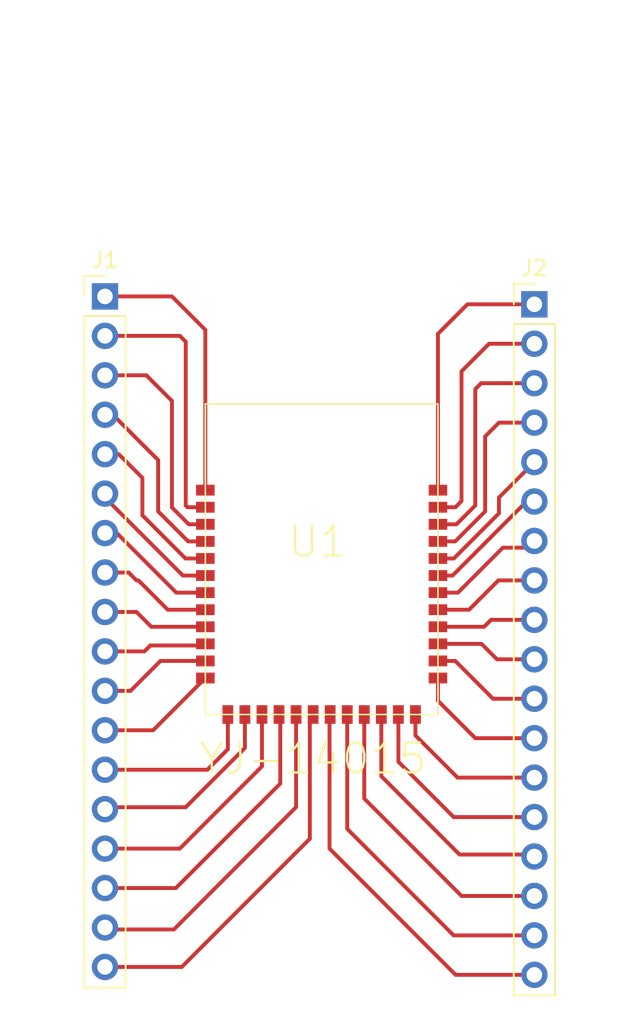
<source format=kicad_pcb>
(kicad_pcb (version 4) (host pcbnew 4.0.7-e2-6376~60~ubuntu17.10.1)

  (general
    (links 36)
    (no_connects 0)
    (area 97.805142 41.163899 139.176858 107.545)
    (thickness 1.6)
    (drawings 0)
    (tracks 133)
    (zones 0)
    (modules 3)
    (nets 37)
  )

  (page A4)
  (layers
    (0 F.Cu signal)
    (31 B.Cu signal)
    (32 B.Adhes user)
    (33 F.Adhes user)
    (34 B.Paste user)
    (35 F.Paste user)
    (36 B.SilkS user)
    (37 F.SilkS user)
    (38 B.Mask user)
    (39 F.Mask user)
    (40 Dwgs.User user)
    (41 Cmts.User user)
    (42 Eco1.User user)
    (43 Eco2.User user)
    (44 Edge.Cuts user)
    (45 Margin user)
    (46 B.CrtYd user)
    (47 F.CrtYd user)
    (48 B.Fab user)
    (49 F.Fab user)
  )

  (setup
    (last_trace_width 0.25)
    (trace_clearance 0.2)
    (zone_clearance 0.508)
    (zone_45_only no)
    (trace_min 0.2)
    (segment_width 0.2)
    (edge_width 0.15)
    (via_size 0.6)
    (via_drill 0.4)
    (via_min_size 0.4)
    (via_min_drill 0.3)
    (uvia_size 0.3)
    (uvia_drill 0.1)
    (uvias_allowed no)
    (uvia_min_size 0.2)
    (uvia_min_drill 0.1)
    (pcb_text_width 0.3)
    (pcb_text_size 1.5 1.5)
    (mod_edge_width 0.15)
    (mod_text_size 1 1)
    (mod_text_width 0.15)
    (pad_size 1.524 1.524)
    (pad_drill 0.762)
    (pad_to_mask_clearance 0.2)
    (aux_axis_origin 0 0)
    (visible_elements FFFFFF7F)
    (pcbplotparams
      (layerselection 0x00030_80000001)
      (usegerberextensions false)
      (excludeedgelayer true)
      (linewidth 0.100000)
      (plotframeref false)
      (viasonmask false)
      (mode 1)
      (useauxorigin false)
      (hpglpennumber 1)
      (hpglpenspeed 20)
      (hpglpendiameter 15)
      (hpglpenoverlay 2)
      (psnegative false)
      (psa4output false)
      (plotreference true)
      (plotvalue true)
      (plotinvisibletext false)
      (padsonsilk false)
      (subtractmaskfromsilk false)
      (outputformat 1)
      (mirror false)
      (drillshape 1)
      (scaleselection 1)
      (outputdirectory /home/andy/Kicad/nrf51_breakout/))
  )

  (net 0 "")
  (net 1 "Net-(J1-Pad1)")
  (net 2 "Net-(J1-Pad2)")
  (net 3 "Net-(J1-Pad3)")
  (net 4 "Net-(J1-Pad4)")
  (net 5 "Net-(J1-Pad5)")
  (net 6 "Net-(J1-Pad6)")
  (net 7 "Net-(J1-Pad7)")
  (net 8 "Net-(J1-Pad8)")
  (net 9 "Net-(J1-Pad9)")
  (net 10 "Net-(J1-Pad10)")
  (net 11 "Net-(J1-Pad11)")
  (net 12 "Net-(J1-Pad12)")
  (net 13 "Net-(J1-Pad13)")
  (net 14 "Net-(J1-Pad14)")
  (net 15 "Net-(J1-Pad15)")
  (net 16 "Net-(J1-Pad16)")
  (net 17 "Net-(J1-Pad17)")
  (net 18 "Net-(J1-Pad18)")
  (net 19 "Net-(J2-Pad1)")
  (net 20 "Net-(J2-Pad2)")
  (net 21 "Net-(J2-Pad3)")
  (net 22 "Net-(J2-Pad4)")
  (net 23 "Net-(J2-Pad5)")
  (net 24 "Net-(J2-Pad6)")
  (net 25 "Net-(J2-Pad7)")
  (net 26 "Net-(J2-Pad8)")
  (net 27 "Net-(J2-Pad9)")
  (net 28 "Net-(J2-Pad10)")
  (net 29 "Net-(J2-Pad11)")
  (net 30 "Net-(J2-Pad12)")
  (net 31 "Net-(J2-Pad13)")
  (net 32 "Net-(J2-Pad14)")
  (net 33 "Net-(J2-Pad15)")
  (net 34 "Net-(J2-Pad16)")
  (net 35 "Net-(J2-Pad17)")
  (net 36 "Net-(J2-Pad18)")

  (net_class Default "This is the default net class."
    (clearance 0.2)
    (trace_width 0.25)
    (via_dia 0.6)
    (via_drill 0.4)
    (uvia_dia 0.3)
    (uvia_drill 0.1)
    (add_net "Net-(J1-Pad1)")
    (add_net "Net-(J1-Pad10)")
    (add_net "Net-(J1-Pad11)")
    (add_net "Net-(J1-Pad12)")
    (add_net "Net-(J1-Pad13)")
    (add_net "Net-(J1-Pad14)")
    (add_net "Net-(J1-Pad15)")
    (add_net "Net-(J1-Pad16)")
    (add_net "Net-(J1-Pad17)")
    (add_net "Net-(J1-Pad18)")
    (add_net "Net-(J1-Pad2)")
    (add_net "Net-(J1-Pad3)")
    (add_net "Net-(J1-Pad4)")
    (add_net "Net-(J1-Pad5)")
    (add_net "Net-(J1-Pad6)")
    (add_net "Net-(J1-Pad7)")
    (add_net "Net-(J1-Pad8)")
    (add_net "Net-(J1-Pad9)")
    (add_net "Net-(J2-Pad1)")
    (add_net "Net-(J2-Pad10)")
    (add_net "Net-(J2-Pad11)")
    (add_net "Net-(J2-Pad12)")
    (add_net "Net-(J2-Pad13)")
    (add_net "Net-(J2-Pad14)")
    (add_net "Net-(J2-Pad15)")
    (add_net "Net-(J2-Pad16)")
    (add_net "Net-(J2-Pad17)")
    (add_net "Net-(J2-Pad18)")
    (add_net "Net-(J2-Pad2)")
    (add_net "Net-(J2-Pad3)")
    (add_net "Net-(J2-Pad4)")
    (add_net "Net-(J2-Pad5)")
    (add_net "Net-(J2-Pad6)")
    (add_net "Net-(J2-Pad7)")
    (add_net "Net-(J2-Pad8)")
    (add_net "Net-(J2-Pad9)")
  )

  (module Pin_Headers:Pin_Header_Straight_1x18_Pitch2.54mm (layer F.Cu) (tedit 59650532) (tstamp 5A9BCC69)
    (at 104.648 60.452)
    (descr "Through hole straight pin header, 1x18, 2.54mm pitch, single row")
    (tags "Through hole pin header THT 1x18 2.54mm single row")
    (path /5A9BC466)
    (fp_text reference J1 (at 0 -2.33) (layer F.SilkS)
      (effects (font (size 1 1) (thickness 0.15)))
    )
    (fp_text value Conn_01x18_Male (at 0 45.51) (layer F.Fab)
      (effects (font (size 1 1) (thickness 0.15)))
    )
    (fp_line (start -0.635 -1.27) (end 1.27 -1.27) (layer F.Fab) (width 0.1))
    (fp_line (start 1.27 -1.27) (end 1.27 44.45) (layer F.Fab) (width 0.1))
    (fp_line (start 1.27 44.45) (end -1.27 44.45) (layer F.Fab) (width 0.1))
    (fp_line (start -1.27 44.45) (end -1.27 -0.635) (layer F.Fab) (width 0.1))
    (fp_line (start -1.27 -0.635) (end -0.635 -1.27) (layer F.Fab) (width 0.1))
    (fp_line (start -1.33 44.51) (end 1.33 44.51) (layer F.SilkS) (width 0.12))
    (fp_line (start -1.33 1.27) (end -1.33 44.51) (layer F.SilkS) (width 0.12))
    (fp_line (start 1.33 1.27) (end 1.33 44.51) (layer F.SilkS) (width 0.12))
    (fp_line (start -1.33 1.27) (end 1.33 1.27) (layer F.SilkS) (width 0.12))
    (fp_line (start -1.33 0) (end -1.33 -1.33) (layer F.SilkS) (width 0.12))
    (fp_line (start -1.33 -1.33) (end 0 -1.33) (layer F.SilkS) (width 0.12))
    (fp_line (start -1.8 -1.8) (end -1.8 44.95) (layer F.CrtYd) (width 0.05))
    (fp_line (start -1.8 44.95) (end 1.8 44.95) (layer F.CrtYd) (width 0.05))
    (fp_line (start 1.8 44.95) (end 1.8 -1.8) (layer F.CrtYd) (width 0.05))
    (fp_line (start 1.8 -1.8) (end -1.8 -1.8) (layer F.CrtYd) (width 0.05))
    (fp_text user %R (at 0 21.59 90) (layer F.Fab)
      (effects (font (size 1 1) (thickness 0.15)))
    )
    (pad 1 thru_hole rect (at 0 0) (size 1.7 1.7) (drill 1) (layers *.Cu *.Mask)
      (net 1 "Net-(J1-Pad1)"))
    (pad 2 thru_hole oval (at 0 2.54) (size 1.7 1.7) (drill 1) (layers *.Cu *.Mask)
      (net 2 "Net-(J1-Pad2)"))
    (pad 3 thru_hole oval (at 0 5.08) (size 1.7 1.7) (drill 1) (layers *.Cu *.Mask)
      (net 3 "Net-(J1-Pad3)"))
    (pad 4 thru_hole oval (at 0 7.62) (size 1.7 1.7) (drill 1) (layers *.Cu *.Mask)
      (net 4 "Net-(J1-Pad4)"))
    (pad 5 thru_hole oval (at 0 10.16) (size 1.7 1.7) (drill 1) (layers *.Cu *.Mask)
      (net 5 "Net-(J1-Pad5)"))
    (pad 6 thru_hole oval (at 0 12.7) (size 1.7 1.7) (drill 1) (layers *.Cu *.Mask)
      (net 6 "Net-(J1-Pad6)"))
    (pad 7 thru_hole oval (at 0 15.24) (size 1.7 1.7) (drill 1) (layers *.Cu *.Mask)
      (net 7 "Net-(J1-Pad7)"))
    (pad 8 thru_hole oval (at 0 17.78) (size 1.7 1.7) (drill 1) (layers *.Cu *.Mask)
      (net 8 "Net-(J1-Pad8)"))
    (pad 9 thru_hole oval (at 0 20.32) (size 1.7 1.7) (drill 1) (layers *.Cu *.Mask)
      (net 9 "Net-(J1-Pad9)"))
    (pad 10 thru_hole oval (at 0 22.86) (size 1.7 1.7) (drill 1) (layers *.Cu *.Mask)
      (net 10 "Net-(J1-Pad10)"))
    (pad 11 thru_hole oval (at 0 25.4) (size 1.7 1.7) (drill 1) (layers *.Cu *.Mask)
      (net 11 "Net-(J1-Pad11)"))
    (pad 12 thru_hole oval (at 0 27.94) (size 1.7 1.7) (drill 1) (layers *.Cu *.Mask)
      (net 12 "Net-(J1-Pad12)"))
    (pad 13 thru_hole oval (at 0 30.48) (size 1.7 1.7) (drill 1) (layers *.Cu *.Mask)
      (net 13 "Net-(J1-Pad13)"))
    (pad 14 thru_hole oval (at 0 33.02) (size 1.7 1.7) (drill 1) (layers *.Cu *.Mask)
      (net 14 "Net-(J1-Pad14)"))
    (pad 15 thru_hole oval (at 0 35.56) (size 1.7 1.7) (drill 1) (layers *.Cu *.Mask)
      (net 15 "Net-(J1-Pad15)"))
    (pad 16 thru_hole oval (at 0 38.1) (size 1.7 1.7) (drill 1) (layers *.Cu *.Mask)
      (net 16 "Net-(J1-Pad16)"))
    (pad 17 thru_hole oval (at 0 40.64) (size 1.7 1.7) (drill 1) (layers *.Cu *.Mask)
      (net 17 "Net-(J1-Pad17)"))
    (pad 18 thru_hole oval (at 0 43.18) (size 1.7 1.7) (drill 1) (layers *.Cu *.Mask)
      (net 18 "Net-(J1-Pad18)"))
    (model ${KISYS3DMOD}/Pin_Headers.3dshapes/Pin_Header_Straight_1x18_Pitch2.54mm.wrl
      (at (xyz 0 0 0))
      (scale (xyz 1 1 1))
      (rotate (xyz 0 0 0))
    )
  )

  (module Pin_Headers:Pin_Header_Straight_1x18_Pitch2.54mm (layer F.Cu) (tedit 59650532) (tstamp 5A9BCC7F)
    (at 132.334 60.96)
    (descr "Through hole straight pin header, 1x18, 2.54mm pitch, single row")
    (tags "Through hole pin header THT 1x18 2.54mm single row")
    (path /5A9BC559)
    (fp_text reference J2 (at 0 -2.33) (layer F.SilkS)
      (effects (font (size 1 1) (thickness 0.15)))
    )
    (fp_text value Conn_01x18_Male (at 0 45.51) (layer F.Fab)
      (effects (font (size 1 1) (thickness 0.15)))
    )
    (fp_line (start -0.635 -1.27) (end 1.27 -1.27) (layer F.Fab) (width 0.1))
    (fp_line (start 1.27 -1.27) (end 1.27 44.45) (layer F.Fab) (width 0.1))
    (fp_line (start 1.27 44.45) (end -1.27 44.45) (layer F.Fab) (width 0.1))
    (fp_line (start -1.27 44.45) (end -1.27 -0.635) (layer F.Fab) (width 0.1))
    (fp_line (start -1.27 -0.635) (end -0.635 -1.27) (layer F.Fab) (width 0.1))
    (fp_line (start -1.33 44.51) (end 1.33 44.51) (layer F.SilkS) (width 0.12))
    (fp_line (start -1.33 1.27) (end -1.33 44.51) (layer F.SilkS) (width 0.12))
    (fp_line (start 1.33 1.27) (end 1.33 44.51) (layer F.SilkS) (width 0.12))
    (fp_line (start -1.33 1.27) (end 1.33 1.27) (layer F.SilkS) (width 0.12))
    (fp_line (start -1.33 0) (end -1.33 -1.33) (layer F.SilkS) (width 0.12))
    (fp_line (start -1.33 -1.33) (end 0 -1.33) (layer F.SilkS) (width 0.12))
    (fp_line (start -1.8 -1.8) (end -1.8 44.95) (layer F.CrtYd) (width 0.05))
    (fp_line (start -1.8 44.95) (end 1.8 44.95) (layer F.CrtYd) (width 0.05))
    (fp_line (start 1.8 44.95) (end 1.8 -1.8) (layer F.CrtYd) (width 0.05))
    (fp_line (start 1.8 -1.8) (end -1.8 -1.8) (layer F.CrtYd) (width 0.05))
    (fp_text user %R (at 0 21.59 90) (layer F.Fab)
      (effects (font (size 1 1) (thickness 0.15)))
    )
    (pad 1 thru_hole rect (at 0 0) (size 1.7 1.7) (drill 1) (layers *.Cu *.Mask)
      (net 19 "Net-(J2-Pad1)"))
    (pad 2 thru_hole oval (at 0 2.54) (size 1.7 1.7) (drill 1) (layers *.Cu *.Mask)
      (net 20 "Net-(J2-Pad2)"))
    (pad 3 thru_hole oval (at 0 5.08) (size 1.7 1.7) (drill 1) (layers *.Cu *.Mask)
      (net 21 "Net-(J2-Pad3)"))
    (pad 4 thru_hole oval (at 0 7.62) (size 1.7 1.7) (drill 1) (layers *.Cu *.Mask)
      (net 22 "Net-(J2-Pad4)"))
    (pad 5 thru_hole oval (at 0 10.16) (size 1.7 1.7) (drill 1) (layers *.Cu *.Mask)
      (net 23 "Net-(J2-Pad5)"))
    (pad 6 thru_hole oval (at 0 12.7) (size 1.7 1.7) (drill 1) (layers *.Cu *.Mask)
      (net 24 "Net-(J2-Pad6)"))
    (pad 7 thru_hole oval (at 0 15.24) (size 1.7 1.7) (drill 1) (layers *.Cu *.Mask)
      (net 25 "Net-(J2-Pad7)"))
    (pad 8 thru_hole oval (at 0 17.78) (size 1.7 1.7) (drill 1) (layers *.Cu *.Mask)
      (net 26 "Net-(J2-Pad8)"))
    (pad 9 thru_hole oval (at 0 20.32) (size 1.7 1.7) (drill 1) (layers *.Cu *.Mask)
      (net 27 "Net-(J2-Pad9)"))
    (pad 10 thru_hole oval (at 0 22.86) (size 1.7 1.7) (drill 1) (layers *.Cu *.Mask)
      (net 28 "Net-(J2-Pad10)"))
    (pad 11 thru_hole oval (at 0 25.4) (size 1.7 1.7) (drill 1) (layers *.Cu *.Mask)
      (net 29 "Net-(J2-Pad11)"))
    (pad 12 thru_hole oval (at 0 27.94) (size 1.7 1.7) (drill 1) (layers *.Cu *.Mask)
      (net 30 "Net-(J2-Pad12)"))
    (pad 13 thru_hole oval (at 0 30.48) (size 1.7 1.7) (drill 1) (layers *.Cu *.Mask)
      (net 31 "Net-(J2-Pad13)"))
    (pad 14 thru_hole oval (at 0 33.02) (size 1.7 1.7) (drill 1) (layers *.Cu *.Mask)
      (net 32 "Net-(J2-Pad14)"))
    (pad 15 thru_hole oval (at 0 35.56) (size 1.7 1.7) (drill 1) (layers *.Cu *.Mask)
      (net 33 "Net-(J2-Pad15)"))
    (pad 16 thru_hole oval (at 0 38.1) (size 1.7 1.7) (drill 1) (layers *.Cu *.Mask)
      (net 34 "Net-(J2-Pad16)"))
    (pad 17 thru_hole oval (at 0 40.64) (size 1.7 1.7) (drill 1) (layers *.Cu *.Mask)
      (net 35 "Net-(J2-Pad17)"))
    (pad 18 thru_hole oval (at 0 43.18) (size 1.7 1.7) (drill 1) (layers *.Cu *.Mask)
      (net 36 "Net-(J2-Pad18)"))
    (model ${KISYS3DMOD}/Pin_Headers.3dshapes/Pin_Header_Straight_1x18_Pitch2.54mm.wrl
      (at (xyz 0 0 0))
      (scale (xyz 1 1 1))
      (rotate (xyz 0 0 0))
    )
  )

  (module YJ-14015:YJ-14015 (layer F.Cu) (tedit 200000) (tstamp 5A9BD84E)
    (at 118.618 87.376)
    (descr YJ-14015)
    (tags YJ-14015)
    (path /5A9BC63B)
    (attr smd)
    (fp_text reference U1 (at -0.254 -11.1252) (layer F.SilkS)
      (effects (font (size 1.9304 1.9304) (thickness 0.1524)))
    )
    (fp_text value YJ-14015 (at -0.5588 2.8448) (layer F.SilkS)
      (effects (font (size 1.9304 1.9304) (thickness 0.1524)))
    )
    (fp_line (start -4.19862 3.11912) (end 7.7978 3.11912) (layer Dwgs.User) (width 0.06604))
    (fp_line (start 7.7978 3.11912) (end 7.7978 -45.97908) (layer Dwgs.User) (width 0.06604))
    (fp_line (start -4.19862 -45.97908) (end 7.7978 -45.97908) (layer Dwgs.User) (width 0.06604))
    (fp_line (start -4.19862 3.11912) (end -4.19862 -45.97908) (layer Dwgs.User) (width 0.06604))
    (fp_line (start -4.19862 3.11912) (end 7.7978 3.11912) (layer Dwgs.User) (width 0.06604))
    (fp_line (start 7.7978 3.11912) (end 7.7978 -45.97908) (layer Dwgs.User) (width 0.06604))
    (fp_line (start -4.19862 -45.97908) (end 7.7978 -45.97908) (layer Dwgs.User) (width 0.06604))
    (fp_line (start -4.19862 3.11912) (end -4.19862 -45.97908) (layer Dwgs.User) (width 0.06604))
    (fp_line (start -7.49808 0) (end 7.49808 0) (layer F.SilkS) (width 0))
    (fp_line (start 7.49808 0) (end 7.49808 -19.99996) (layer F.SilkS) (width 0))
    (fp_line (start 7.49808 -19.99996) (end -7.49808 -19.99996) (layer F.SilkS) (width 0))
    (fp_line (start -7.49808 -19.99996) (end -7.49808 0) (layer F.SilkS) (width 0))
    (pad GND smd rect (at -7.49808 -3.44932 90) (size 0.6985 1.19888) (layers F.Cu F.Paste F.Mask)
      (net 11 "Net-(J1-Pad11)"))
    (pad GND@ smd rect (at -7.49808 -14.44752 90) (size 0.6985 1.19888) (layers F.Cu F.Paste F.Mask)
      (net 1 "Net-(J1-Pad1)"))
    (pad P.00 smd rect (at -4.94792 0 90) (size 1.19888 0.6985) (layers F.Cu F.Paste F.Mask)
      (net 14 "Net-(J1-Pad14)"))
    (pad P.01 smd rect (at -3.8481 0 90) (size 1.19888 0.6985) (layers F.Cu F.Paste F.Mask)
      (net 15 "Net-(J1-Pad15)"))
    (pad P.02 smd rect (at -2.74828 0 90) (size 1.19888 0.6985) (layers F.Cu F.Paste F.Mask)
      (net 16 "Net-(J1-Pad16)"))
    (pad P.03 smd rect (at -1.64846 0 90) (size 1.19888 0.6985) (layers F.Cu F.Paste F.Mask)
      (net 17 "Net-(J1-Pad17)"))
    (pad P.04 smd rect (at -0.54864 0 90) (size 1.19888 0.6985) (layers F.Cu F.Paste F.Mask)
      (net 18 "Net-(J1-Pad18)"))
    (pad P.05 smd rect (at 0.54864 0 90) (size 1.19888 0.6985) (layers F.Cu F.Paste F.Mask)
      (net 36 "Net-(J2-Pad18)"))
    (pad P.06 smd rect (at 1.64846 0 90) (size 1.19888 0.6985) (layers F.Cu F.Paste F.Mask)
      (net 35 "Net-(J2-Pad17)"))
    (pad P.07 smd rect (at 2.74828 0 90) (size 1.19888 0.6985) (layers F.Cu F.Paste F.Mask)
      (net 34 "Net-(J2-Pad16)"))
    (pad P.08 smd rect (at 3.8481 0 90) (size 1.19888 0.6985) (layers F.Cu F.Paste F.Mask)
      (net 33 "Net-(J2-Pad15)"))
    (pad P.09 smd rect (at 4.94792 0 90) (size 1.19888 0.6985) (layers F.Cu F.Paste F.Mask)
      (net 32 "Net-(J2-Pad14)"))
    (pad P.10 smd rect (at 6.04774 0 90) (size 1.19888 0.6985) (layers F.Cu F.Paste F.Mask)
      (net 31 "Net-(J2-Pad13)"))
    (pad P.11 smd rect (at 7.49808 -2.3495 90) (size 0.6985 1.19888) (layers F.Cu F.Paste F.Mask)
      (net 30 "Net-(J2-Pad12)"))
    (pad P.12 smd rect (at 7.49808 -3.44932 90) (size 0.6985 1.19888) (layers F.Cu F.Paste F.Mask)
      (net 29 "Net-(J2-Pad11)"))
    (pad P.13 smd rect (at 7.49808 -4.54914 90) (size 0.6985 1.19888) (layers F.Cu F.Paste F.Mask)
      (net 28 "Net-(J2-Pad10)"))
    (pad P.14 smd rect (at 7.49808 -5.64896 90) (size 0.6985 1.19888) (layers F.Cu F.Paste F.Mask)
      (net 27 "Net-(J2-Pad9)"))
    (pad P.15 smd rect (at 7.49808 -6.74878 90) (size 0.6985 1.19888) (layers F.Cu F.Paste F.Mask)
      (net 26 "Net-(J2-Pad8)"))
    (pad P.16 smd rect (at 7.49808 -7.8486 90) (size 0.6985 1.19888) (layers F.Cu F.Paste F.Mask)
      (net 25 "Net-(J2-Pad7)"))
    (pad P.17 smd rect (at 7.49808 -11.14806 90) (size 0.6985 1.19888) (layers F.Cu F.Paste F.Mask)
      (net 22 "Net-(J2-Pad4)"))
    (pad P.18 smd rect (at 7.49808 -12.24788 90) (size 0.6985 1.19888) (layers F.Cu F.Paste F.Mask)
      (net 21 "Net-(J2-Pad3)"))
    (pad P.19 smd rect (at 7.49808 -13.3477 90) (size 0.6985 1.19888) (layers F.Cu F.Paste F.Mask)
      (net 20 "Net-(J2-Pad2)"))
    (pad P.20 smd rect (at 7.49808 -14.44752 90) (size 0.6985 1.19888) (layers F.Cu F.Paste F.Mask)
      (net 19 "Net-(J2-Pad1)"))
    (pad P.21 smd rect (at -7.49808 -13.3477 90) (size 0.6985 1.19888) (layers F.Cu F.Paste F.Mask)
      (net 2 "Net-(J1-Pad2)"))
    (pad P.22 smd rect (at -7.49808 -12.24788 90) (size 0.6985 1.19888) (layers F.Cu F.Paste F.Mask)
      (net 3 "Net-(J1-Pad3)"))
    (pad P.23 smd rect (at -7.49808 -11.14806 90) (size 0.6985 1.19888) (layers F.Cu F.Paste F.Mask)
      (net 4 "Net-(J1-Pad4)"))
    (pad P.24 smd rect (at -7.49808 -10.04824 90) (size 0.6985 1.19888) (layers F.Cu F.Paste F.Mask)
      (net 5 "Net-(J1-Pad5)"))
    (pad P.25 smd rect (at -7.49808 -8.94842 90) (size 0.6985 1.19888) (layers F.Cu F.Paste F.Mask)
      (net 6 "Net-(J1-Pad6)"))
    (pad P.26 smd rect (at -7.49808 -7.8486 90) (size 0.6985 1.19888) (layers F.Cu F.Paste F.Mask)
      (net 7 "Net-(J1-Pad7)"))
    (pad P.27 smd rect (at -7.49808 -6.74878 90) (size 0.6985 1.19888) (layers F.Cu F.Paste F.Mask)
      (net 8 "Net-(J1-Pad8)"))
    (pad P.28 smd rect (at -7.49808 -5.64896 90) (size 0.6985 1.19888) (layers F.Cu F.Paste F.Mask)
      (net 9 "Net-(J1-Pad9)"))
    (pad P.29 smd rect (at -7.49808 -4.54914 90) (size 0.6985 1.19888) (layers F.Cu F.Paste F.Mask)
      (net 10 "Net-(J1-Pad10)"))
    (pad P.30 smd rect (at -6.04774 0 90) (size 1.19888 0.6985) (layers F.Cu F.Paste F.Mask)
      (net 13 "Net-(J1-Pad13)"))
    (pad SWDC smd rect (at 7.49808 -10.04824 90) (size 0.6985 1.19888) (layers F.Cu F.Paste F.Mask)
      (net 23 "Net-(J2-Pad5)"))
    (pad SWDI smd rect (at 7.49808 -8.94842 90) (size 0.6985 1.19888) (layers F.Cu F.Paste F.Mask)
      (net 24 "Net-(J2-Pad6)"))
    (pad VDD smd rect (at -7.49808 -2.3495 90) (size 0.6985 1.19888) (layers F.Cu F.Paste F.Mask)
      (net 12 "Net-(J1-Pad12)"))
  )

  (segment (start 104.648 60.452) (end 108.966 60.452) (width 0.25) (layer F.Cu) (net 1))
  (segment (start 111.11992 62.60592) (end 111.11992 72.92848) (width 0.25) (layer F.Cu) (net 1) (tstamp 5A9BD8DF))
  (segment (start 108.966 60.452) (end 111.11992 62.60592) (width 0.25) (layer F.Cu) (net 1) (tstamp 5A9BD8DD))
  (segment (start 104.648 62.992) (end 109.474 62.992) (width 0.25) (layer F.Cu) (net 2))
  (segment (start 109.9693 74.0283) (end 111.11992 74.0283) (width 0.25) (layer F.Cu) (net 2) (tstamp 5A9BD9A6))
  (segment (start 109.855 73.914) (end 109.9693 74.0283) (width 0.25) (layer F.Cu) (net 2) (tstamp 5A9BD9A3))
  (segment (start 109.855 63.373) (end 109.855 73.914) (width 0.25) (layer F.Cu) (net 2) (tstamp 5A9BD99F))
  (segment (start 109.474 62.992) (end 109.855 63.373) (width 0.25) (layer F.Cu) (net 2) (tstamp 5A9BD99C))
  (segment (start 104.648 65.532) (end 107.315 65.532) (width 0.25) (layer F.Cu) (net 3))
  (segment (start 110.05312 75.12812) (end 111.11992 75.12812) (width 0.25) (layer F.Cu) (net 3) (tstamp 5A9BD9C8))
  (segment (start 108.966 74.041) (end 110.05312 75.12812) (width 0.25) (layer F.Cu) (net 3) (tstamp 5A9BD9BD))
  (segment (start 108.966 67.183) (end 108.966 74.041) (width 0.25) (layer F.Cu) (net 3) (tstamp 5A9BD9B7))
  (segment (start 107.315 65.532) (end 108.966 67.183) (width 0.25) (layer F.Cu) (net 3) (tstamp 5A9BD9AF))
  (segment (start 104.648 68.072) (end 105.156 68.072) (width 0.25) (layer F.Cu) (net 4))
  (segment (start 105.156 68.072) (end 108.077 70.993) (width 0.25) (layer F.Cu) (net 4) (tstamp 5A9BD936))
  (segment (start 108.077 70.993) (end 108.077 74.295) (width 0.25) (layer F.Cu) (net 4) (tstamp 5A9BD93B))
  (segment (start 108.077 74.295) (end 110.00994 76.22794) (width 0.25) (layer F.Cu) (net 4) (tstamp 5A9BD941))
  (segment (start 110.00994 76.22794) (end 111.11992 76.22794) (width 0.25) (layer F.Cu) (net 4) (tstamp 5A9BD943))
  (segment (start 111.11992 77.32776) (end 109.83976 77.32776) (width 0.25) (layer F.Cu) (net 5))
  (segment (start 105.537 70.612) (end 104.648 70.612) (width 0.25) (layer F.Cu) (net 5) (tstamp 5A9BD930))
  (segment (start 107.061 72.136) (end 105.537 70.612) (width 0.25) (layer F.Cu) (net 5) (tstamp 5A9BD92F))
  (segment (start 107.061 74.549) (end 107.061 72.136) (width 0.25) (layer F.Cu) (net 5) (tstamp 5A9BD92D))
  (segment (start 109.83976 77.32776) (end 107.061 74.549) (width 0.25) (layer F.Cu) (net 5) (tstamp 5A9BD92B))
  (segment (start 104.648 73.152) (end 104.648 73.406) (width 0.25) (layer F.Cu) (net 6))
  (segment (start 104.648 73.406) (end 109.66958 78.42758) (width 0.25) (layer F.Cu) (net 6) (tstamp 5A9BD925))
  (segment (start 109.66958 78.42758) (end 111.11992 78.42758) (width 0.25) (layer F.Cu) (net 6) (tstamp 5A9BD926))
  (segment (start 104.648 75.692) (end 105.41 75.692) (width 0.25) (layer F.Cu) (net 7))
  (segment (start 105.41 75.692) (end 109.2454 79.5274) (width 0.25) (layer F.Cu) (net 7) (tstamp 5A9BD921))
  (segment (start 109.2454 79.5274) (end 111.11992 79.5274) (width 0.25) (layer F.Cu) (net 7) (tstamp 5A9BD922))
  (segment (start 104.648 78.232) (end 106.172 78.232) (width 0.25) (layer F.Cu) (net 8))
  (segment (start 108.69422 80.62722) (end 111.11992 80.62722) (width 0.25) (layer F.Cu) (net 8) (tstamp 5A9BD908))
  (segment (start 106.807 78.74) (end 108.69422 80.62722) (width 0.25) (layer F.Cu) (net 8) (tstamp 5A9BD907))
  (segment (start 106.68 78.74) (end 106.807 78.74) (width 0.25) (layer F.Cu) (net 8) (tstamp 5A9BD906))
  (segment (start 106.172 78.232) (end 106.68 78.74) (width 0.25) (layer F.Cu) (net 8) (tstamp 5A9BD905))
  (segment (start 104.648 80.772) (end 106.68 80.772) (width 0.25) (layer F.Cu) (net 9))
  (segment (start 107.63504 81.72704) (end 111.11992 81.72704) (width 0.25) (layer F.Cu) (net 9) (tstamp 5A9BD9F1))
  (segment (start 106.68 80.772) (end 107.63504 81.72704) (width 0.25) (layer F.Cu) (net 9) (tstamp 5A9BD9EC))
  (segment (start 104.648 83.312) (end 107.188 83.312) (width 0.25) (layer F.Cu) (net 10))
  (segment (start 107.569 82.931) (end 111.01578 82.931) (width 0.25) (layer F.Cu) (net 10) (tstamp 5A9BD9FF))
  (segment (start 107.315 83.185) (end 107.569 82.931) (width 0.25) (layer F.Cu) (net 10) (tstamp 5A9BD9FA))
  (segment (start 107.188 83.312) (end 107.315 83.185) (width 0.25) (layer F.Cu) (net 10) (tstamp 5A9BD9F5))
  (segment (start 111.01578 82.931) (end 111.11992 82.82686) (width 0.25) (layer F.Cu) (net 10) (tstamp 5A9BDA06))
  (segment (start 104.648 85.852) (end 106.299 85.852) (width 0.25) (layer F.Cu) (net 11))
  (segment (start 108.22432 83.92668) (end 111.11992 83.92668) (width 0.25) (layer F.Cu) (net 11) (tstamp 5A9BDA13))
  (segment (start 106.299 85.852) (end 108.22432 83.92668) (width 0.25) (layer F.Cu) (net 11) (tstamp 5A9BDA0B))
  (segment (start 104.648 88.392) (end 107.75442 88.392) (width 0.25) (layer F.Cu) (net 12))
  (segment (start 107.75442 88.392) (end 111.11992 85.0265) (width 0.25) (layer F.Cu) (net 12) (tstamp 5A9BDA19))
  (segment (start 104.648 90.932) (end 111.252 90.932) (width 0.25) (layer F.Cu) (net 13))
  (segment (start 112.57026 89.61374) (end 112.57026 87.376) (width 0.25) (layer F.Cu) (net 13) (tstamp 5A9BDA28))
  (segment (start 111.252 90.932) (end 112.57026 89.61374) (width 0.25) (layer F.Cu) (net 13) (tstamp 5A9BDA1F))
  (segment (start 113.67008 87.376) (end 113.67008 89.52992) (width 0.25) (layer F.Cu) (net 14))
  (segment (start 109.855 93.345) (end 104.775 93.345) (width 0.25) (layer F.Cu) (net 14) (tstamp 5A9BDA33))
  (segment (start 113.67008 89.52992) (end 109.855 93.345) (width 0.25) (layer F.Cu) (net 14) (tstamp 5A9BDA2D))
  (segment (start 104.775 93.345) (end 104.648 93.472) (width 0.25) (layer F.Cu) (net 14) (tstamp 5A9BDA3D))
  (segment (start 114.7699 87.376) (end 114.7699 90.7161) (width 0.25) (layer F.Cu) (net 15))
  (segment (start 109.474 96.012) (end 104.648 96.012) (width 0.25) (layer F.Cu) (net 15) (tstamp 5A9BDA47))
  (segment (start 114.7699 90.7161) (end 109.474 96.012) (width 0.25) (layer F.Cu) (net 15) (tstamp 5A9BDA42))
  (segment (start 104.648 98.552) (end 109.22 98.552) (width 0.25) (layer F.Cu) (net 16))
  (segment (start 115.951 91.821) (end 115.951 87.45728) (width 0.25) (layer F.Cu) (net 16) (tstamp 5A9BDA53))
  (segment (start 109.22 98.552) (end 115.951 91.821) (width 0.25) (layer F.Cu) (net 16) (tstamp 5A9BDA4E))
  (segment (start 115.951 87.45728) (end 115.86972 87.376) (width 0.25) (layer F.Cu) (net 16) (tstamp 5A9BDA57))
  (segment (start 116.96954 87.376) (end 116.96954 93.34246) (width 0.25) (layer F.Cu) (net 17))
  (segment (start 109.093 101.219) (end 104.775 101.219) (width 0.25) (layer F.Cu) (net 17) (tstamp 5A9BDA7E))
  (segment (start 116.96954 93.34246) (end 109.093 101.219) (width 0.25) (layer F.Cu) (net 17) (tstamp 5A9BDA7C))
  (segment (start 104.775 101.219) (end 104.648 101.092) (width 0.25) (layer F.Cu) (net 17) (tstamp 5A9BDA85))
  (segment (start 104.648 103.632) (end 109.601 103.632) (width 0.25) (layer F.Cu) (net 18))
  (segment (start 117.856 95.377) (end 117.856 87.58936) (width 0.25) (layer F.Cu) (net 18) (tstamp 5A9BD917))
  (segment (start 109.601 103.632) (end 117.856 95.377) (width 0.25) (layer F.Cu) (net 18) (tstamp 5A9BD916))
  (segment (start 117.856 87.58936) (end 118.06936 87.376) (width 0.25) (layer F.Cu) (net 18) (tstamp 5A9BD918))
  (segment (start 132.334 60.96) (end 128.016 60.96) (width 0.25) (layer F.Cu) (net 19))
  (segment (start 126.11608 62.85992) (end 126.11608 72.92848) (width 0.25) (layer F.Cu) (net 19) (tstamp 5A9BD8E5))
  (segment (start 128.016 60.96) (end 126.11608 62.85992) (width 0.25) (layer F.Cu) (net 19) (tstamp 5A9BD8E3))
  (segment (start 126.11608 74.0283) (end 127.2413 74.0283) (width 0.25) (layer F.Cu) (net 20))
  (segment (start 129.413 63.5) (end 132.334 63.5) (width 0.25) (layer F.Cu) (net 20) (tstamp 5A9BDB8B))
  (segment (start 127.635 65.278) (end 129.413 63.5) (width 0.25) (layer F.Cu) (net 20) (tstamp 5A9BDB88))
  (segment (start 127.635 73.6346) (end 127.635 65.278) (width 0.25) (layer F.Cu) (net 20) (tstamp 5A9BDB7D))
  (segment (start 127.2413 74.0283) (end 127.635 73.6346) (width 0.25) (layer F.Cu) (net 20) (tstamp 5A9BDB76))
  (segment (start 132.334 66.04) (end 128.905 66.04) (width 0.25) (layer F.Cu) (net 21))
  (segment (start 127.30988 75.12812) (end 126.11608 75.12812) (width 0.25) (layer F.Cu) (net 21) (tstamp 5A9BDB9C))
  (segment (start 128.524 73.914) (end 127.30988 75.12812) (width 0.25) (layer F.Cu) (net 21) (tstamp 5A9BDB98))
  (segment (start 128.524 66.421) (end 128.524 73.914) (width 0.25) (layer F.Cu) (net 21) (tstamp 5A9BDB94))
  (segment (start 128.905 66.04) (end 128.524 66.421) (width 0.25) (layer F.Cu) (net 21) (tstamp 5A9BDB90))
  (segment (start 132.334 68.58) (end 130.048 68.58) (width 0.25) (layer F.Cu) (net 22))
  (segment (start 127.22606 76.22794) (end 126.11608 76.22794) (width 0.25) (layer F.Cu) (net 22) (tstamp 5A9BDBBB))
  (segment (start 129.159 74.295) (end 127.22606 76.22794) (width 0.25) (layer F.Cu) (net 22) (tstamp 5A9BDBB5))
  (segment (start 129.159 69.469) (end 129.159 74.295) (width 0.25) (layer F.Cu) (net 22) (tstamp 5A9BDBA9))
  (segment (start 130.048 68.58) (end 129.159 69.469) (width 0.25) (layer F.Cu) (net 22) (tstamp 5A9BDBA2))
  (segment (start 126.11608 77.32776) (end 127.14224 77.32776) (width 0.25) (layer F.Cu) (net 23))
  (segment (start 130.048699 73.405301) (end 132.334 71.12) (width 0.25) (layer F.Cu) (net 23) (tstamp 5A9BDBCD))
  (segment (start 130.048699 74.421301) (end 130.048699 73.405301) (width 0.25) (layer F.Cu) (net 23) (tstamp 5A9BDBC9))
  (segment (start 127.14224 77.32776) (end 130.048699 74.421301) (width 0.25) (layer F.Cu) (net 23) (tstamp 5A9BDBC3))
  (segment (start 126.11608 78.42758) (end 127.05842 78.42758) (width 0.25) (layer F.Cu) (net 24))
  (segment (start 127.05842 78.42758) (end 131.826 73.66) (width 0.25) (layer F.Cu) (net 24) (tstamp 5A9BDB36))
  (segment (start 131.826 73.66) (end 132.334 73.66) (width 0.25) (layer F.Cu) (net 24) (tstamp 5A9BDB3A))
  (segment (start 126.11608 79.5274) (end 127.4064 79.5274) (width 0.25) (layer F.Cu) (net 25))
  (segment (start 130.302 76.6318) (end 131.9022 76.6318) (width 0.25) (layer F.Cu) (net 25) (tstamp 5A9BDB2C))
  (segment (start 127.4064 79.5274) (end 130.302 76.6318) (width 0.25) (layer F.Cu) (net 25) (tstamp 5A9BDB29))
  (segment (start 131.9022 76.6318) (end 132.334 76.2) (width 0.25) (layer F.Cu) (net 25) (tstamp 5A9BDB30))
  (segment (start 126.11608 80.62722) (end 128.12522 80.62722) (width 0.25) (layer F.Cu) (net 26))
  (segment (start 130.01244 78.74) (end 132.334 78.74) (width 0.25) (layer F.Cu) (net 26) (tstamp 5A9BDB1F))
  (segment (start 128.12522 80.62722) (end 130.01244 78.74) (width 0.25) (layer F.Cu) (net 26) (tstamp 5A9BDB1C))
  (segment (start 126.11608 81.72704) (end 129.09296 81.72704) (width 0.25) (layer F.Cu) (net 27))
  (segment (start 129.54 81.28) (end 132.334 81.28) (width 0.25) (layer F.Cu) (net 27) (tstamp 5A9BDB14))
  (segment (start 129.09296 81.72704) (end 129.54 81.28) (width 0.25) (layer F.Cu) (net 27) (tstamp 5A9BDB11))
  (segment (start 126.11608 82.82686) (end 128.92786 82.82686) (width 0.25) (layer F.Cu) (net 28))
  (segment (start 129.921 83.82) (end 132.334 83.82) (width 0.25) (layer F.Cu) (net 28) (tstamp 5A9BDAFD))
  (segment (start 128.92786 82.82686) (end 129.921 83.82) (width 0.25) (layer F.Cu) (net 28) (tstamp 5A9BDAF6))
  (segment (start 126.11608 83.92668) (end 127.23368 83.92668) (width 0.25) (layer F.Cu) (net 29))
  (segment (start 129.667 86.36) (end 132.334 86.36) (width 0.25) (layer F.Cu) (net 29) (tstamp 5A9BDAF2))
  (segment (start 127.23368 83.92668) (end 129.667 86.36) (width 0.25) (layer F.Cu) (net 29) (tstamp 5A9BDAED))
  (segment (start 126.11608 85.0265) (end 126.11608 86.49208) (width 0.25) (layer F.Cu) (net 30))
  (segment (start 128.524 88.9) (end 132.334 88.9) (width 0.25) (layer F.Cu) (net 30) (tstamp 5A9BDAE9))
  (segment (start 126.11608 86.49208) (end 128.524 88.9) (width 0.25) (layer F.Cu) (net 30) (tstamp 5A9BDAE2))
  (segment (start 124.66574 87.376) (end 124.66574 88.72474) (width 0.25) (layer F.Cu) (net 31))
  (segment (start 127.381 91.44) (end 132.334 91.44) (width 0.25) (layer F.Cu) (net 31) (tstamp 5A9BDAD4))
  (segment (start 124.66574 88.72474) (end 127.381 91.44) (width 0.25) (layer F.Cu) (net 31) (tstamp 5A9BDACF))
  (segment (start 123.56592 87.376) (end 123.56592 90.41892) (width 0.25) (layer F.Cu) (net 32))
  (segment (start 127.127 93.98) (end 132.334 93.98) (width 0.25) (layer F.Cu) (net 32) (tstamp 5A9BDAC7))
  (segment (start 123.56592 90.41892) (end 127.127 93.98) (width 0.25) (layer F.Cu) (net 32) (tstamp 5A9BDAC1))
  (segment (start 122.4661 87.376) (end 122.4661 91.3511) (width 0.25) (layer F.Cu) (net 33))
  (segment (start 127.508 96.393) (end 132.207 96.393) (width 0.25) (layer F.Cu) (net 33) (tstamp 5A9BDAB7))
  (segment (start 122.4661 91.3511) (end 127.508 96.393) (width 0.25) (layer F.Cu) (net 33) (tstamp 5A9BDAAB))
  (segment (start 132.207 96.393) (end 132.334 96.52) (width 0.25) (layer F.Cu) (net 33) (tstamp 5A9BDABC))
  (segment (start 121.36628 87.376) (end 121.36628 92.79128) (width 0.25) (layer F.Cu) (net 34))
  (segment (start 127.635 99.06) (end 132.334 99.06) (width 0.25) (layer F.Cu) (net 34) (tstamp 5A9BDAA2))
  (segment (start 121.36628 92.79128) (end 127.635 99.06) (width 0.25) (layer F.Cu) (net 34) (tstamp 5A9BDA9E))
  (segment (start 120.26646 87.376) (end 120.26646 94.73946) (width 0.25) (layer F.Cu) (net 35))
  (segment (start 127.127 101.6) (end 132.334 101.6) (width 0.25) (layer F.Cu) (net 35) (tstamp 5A9BDA94))
  (segment (start 120.26646 94.73946) (end 127.127 101.6) (width 0.25) (layer F.Cu) (net 35) (tstamp 5A9BDA8E))
  (segment (start 132.334 104.14) (end 127.254 104.14) (width 0.25) (layer F.Cu) (net 36))
  (segment (start 119.126 96.012) (end 119.126 87.41664) (width 0.25) (layer F.Cu) (net 36) (tstamp 5A9BD91B))
  (segment (start 127.254 104.14) (end 119.126 96.012) (width 0.25) (layer F.Cu) (net 36) (tstamp 5A9BD91A))
  (segment (start 119.126 87.41664) (end 119.16664 87.376) (width 0.25) (layer F.Cu) (net 36) (tstamp 5A9BD91C))

)

</source>
